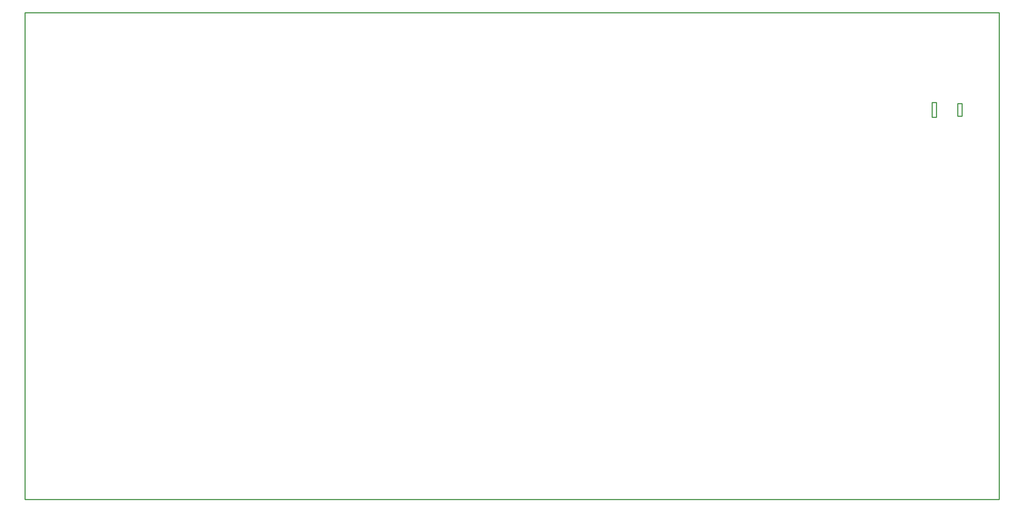
<source format=gbr>
G04 EAGLE Gerber RS-274X export*
G75*
%MOMM*%
%FSLAX34Y34*%
%LPD*%
%IN*%
%IPPOS*%
%AMOC8*
5,1,8,0,0,1.08239X$1,22.5*%
G01*
G04 Define Apertures*
%ADD10C,0.254000*%
D10*
X0Y0D02*
X2286000Y0D01*
X2286000Y1143000D01*
X0Y1143000D01*
X0Y0D01*
X2188600Y899400D02*
X2198600Y899400D01*
X2198600Y929400D01*
X2188600Y929400D01*
X2188600Y899400D01*
X2128600Y896900D02*
X2138600Y896900D01*
X2138600Y931900D01*
X2128600Y931900D01*
X2128600Y896900D01*
M02*

</source>
